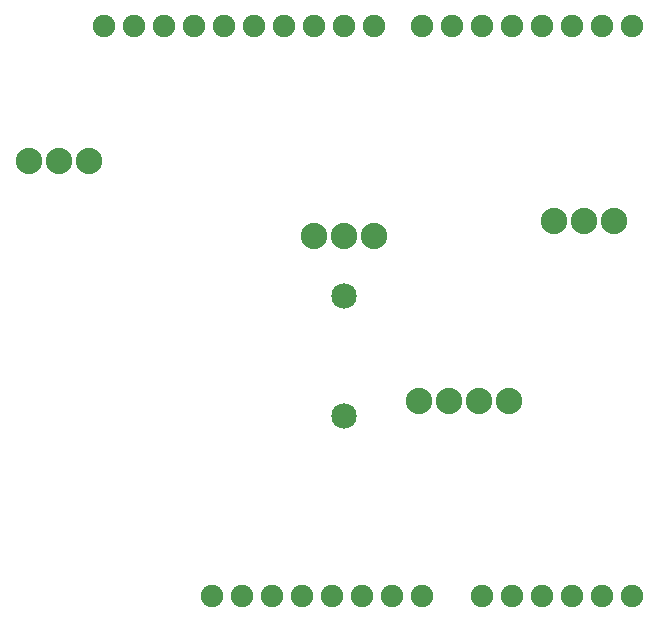
<source format=gbs>
G04 MADE WITH FRITZING*
G04 WWW.FRITZING.ORG*
G04 DOUBLE SIDED*
G04 HOLES PLATED*
G04 CONTOUR ON CENTER OF CONTOUR VECTOR*
%ASAXBY*%
%FSLAX23Y23*%
%MOIN*%
%OFA0B0*%
%SFA1.0B1.0*%
%ADD10C,0.075278*%
%ADD11C,0.088000*%
%ADD12C,0.085000*%
%LNMASK0*%
G90*
G70*
G54D10*
X2096Y96D03*
X2196Y96D03*
X2296Y96D03*
X2396Y96D03*
X2496Y96D03*
X1636Y1996D03*
X1536Y1996D03*
X1436Y1996D03*
X1336Y1996D03*
X1236Y1996D03*
X1136Y1996D03*
X1036Y1996D03*
X936Y1996D03*
X836Y1996D03*
X736Y1996D03*
X2496Y1996D03*
X2396Y1996D03*
X2296Y1996D03*
X2196Y1996D03*
X2096Y1996D03*
X1996Y1996D03*
X1896Y1996D03*
X1796Y1996D03*
X1196Y96D03*
X1096Y96D03*
X1296Y96D03*
X1396Y96D03*
X1496Y96D03*
X1596Y96D03*
X1696Y96D03*
X1796Y96D03*
X1996Y96D03*
G54D11*
X2436Y1346D03*
X2336Y1346D03*
X2236Y1346D03*
X686Y1546D03*
X586Y1546D03*
X486Y1546D03*
X2086Y746D03*
X1986Y746D03*
X1886Y746D03*
X1786Y746D03*
X1636Y1296D03*
X1536Y1296D03*
X1436Y1296D03*
G54D12*
X1536Y1096D03*
X1536Y696D03*
G04 End of Mask0*
M02*
</source>
